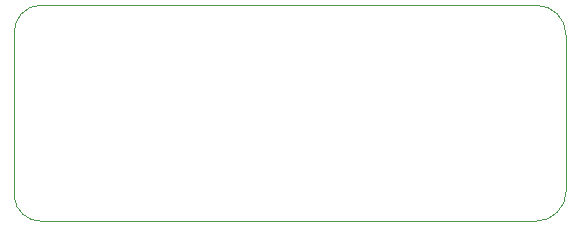
<source format=gm1>
%TF.GenerationSoftware,KiCad,Pcbnew,(5.1.12)-1*%
%TF.CreationDate,2022-02-05T21:00:18-05:00*%
%TF.ProjectId,usb-rf,7573622d-7266-42e6-9b69-6361645f7063,rev?*%
%TF.SameCoordinates,Original*%
%TF.FileFunction,Profile,NP*%
%FSLAX46Y46*%
G04 Gerber Fmt 4.6, Leading zero omitted, Abs format (unit mm)*
G04 Created by KiCad (PCBNEW (5.1.12)-1) date 2022-02-05 21:00:18*
%MOMM*%
%LPD*%
G01*
G04 APERTURE LIST*
%TA.AperFunction,Profile*%
%ADD10C,0.050000*%
%TD*%
G04 APERTURE END LIST*
D10*
X160528000Y-72898000D02*
G75*
G02*
X163068000Y-75438000I0J-2540000D01*
G01*
X163068000Y-88646000D02*
G75*
G02*
X160528000Y-91186000I-2540000J0D01*
G01*
X163068000Y-88646000D02*
X163068000Y-75438000D01*
X116345982Y-75436446D02*
G75*
G02*
X118618000Y-72898000I2272018J252446D01*
G01*
X118617999Y-91200067D02*
G75*
G02*
X116332001Y-89153999I1J2300067D01*
G01*
X118617999Y-91200067D02*
X160528000Y-91186000D01*
X118618000Y-72898000D02*
X160528000Y-72898000D01*
X116332001Y-89153999D02*
X116345982Y-75436446D01*
M02*

</source>
